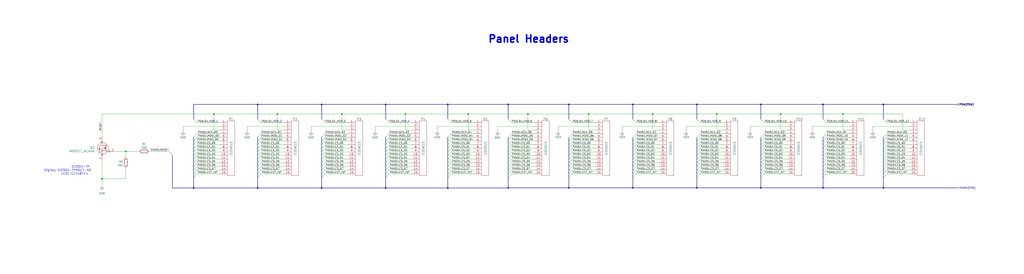
<source format=kicad_sch>
(kicad_sch (version 20230121) (generator eeschema)
  (paper "User" 711.2 190.5)
  (lib_symbols
    (symbol "Device:R" (pin_numbers hide) (pin_names (offset 0))
      (property "Reference" "R" (at 2.032 0 90))
      (property "Value" "R" (at 0 0 90))
      (symbol "R_0_1"
        (rectangle (start -1.016 -2.54) (end 1.016 2.54) (stroke (width 0.254)))
      )
      (symbol "R_1_1"
        (pin passive line (at 0 3.81 270) (length 1.27) (name "~") (number "1"))
        (pin passive line (at 0 -3.81 90) (length 1.27) (name "~") (number "2"))
      )
    )
    (symbol "arena_custom:CONN15" (pin_names (offset 1.016))
      (property "Reference" "P" (at -17.78 6.35 0))
      (property "Value" "CONN15" (at 13.97 6.35 0))
      (symbol "CONN15_0_1"
        (rectangle (start -19.05 5.08) (end 19.05 0))
      )
      (symbol "CONN15_1_1"
        (pin passive line (at -17.78 -5.08 90) (length 5.08) (name "~") (number "1"))
        (pin passive line (at 5.08 -5.08 90) (length 5.08) (name "~") (number "10"))
        (pin passive line (at 7.62 -5.08 90) (length 5.08) (name "~") (number "11"))
        (pin passive line (at 10.16 -5.08 90) (length 5.08) (name "~") (number "12"))
        (pin passive line (at 12.7 -5.08 90) (length 5.08) (name "~") (number "13"))
        (pin passive line (at 15.24 -5.08 90) (length 5.08) (name "~") (number "14"))
        (pin passive line (at 17.78 -5.08 90) (length 5.08) (name "~") (number "15"))
        (pin passive line (at -15.24 -5.08 90) (length 5.08) (name "~") (number "2"))
        (pin passive line (at -12.7 -5.08 90) (length 5.08) (name "~") (number "3"))
        (pin passive line (at -10.16 -5.08 90) (length 5.08) (name "~") (number "4"))
        (pin passive line (at -7.62 -5.08 90) (length 5.08) (name "~") (number "5"))
        (pin passive line (at -5.08 -5.08 90) (length 5.08) (name "~") (number "6"))
        (pin passive line (at -2.54 -5.08 90) (length 5.08) (name "~") (number "7"))
        (pin passive line (at 0 -5.08 90) (length 5.08) (name "~") (number "8"))
        (pin passive line (at 2.54 -5.08 90) (length 5.08) (name "~") (number "9"))
      )
    )
    (symbol "arena_custom:MOSFET_NCHAN" (pin_names (offset 1.016))
      (property "Reference" "Q" (at -4.826 6.35 0))
      (property "Value" "MOSFET_NCHAN" (at 0.381 -7.62 0))
      (symbol "MOSFET_NCHAN_0_1"
        (circle (center -0.508 2.032) (radius 3.9624))
        (polyline (pts (xy -6.858 0) (xy -5.842 0)))
        (polyline (pts (xy -2.54 0) (xy -2.54 1.016)) (stroke (width 0.254)))
        (polyline (pts (xy -2.54 1.778) (xy -2.54 2.794)) (stroke (width 0.254)))
        (polyline (pts (xy -2.54 3.556) (xy -2.54 4.572)) (stroke (width 0.254)))
        (polyline (pts (xy -0.254 4.064) (xy -2.54 4.064)))
        (polyline (pts (xy 0 -4.318) (xy 0 -1.524)))
        (polyline (pts (xy 0 0.508) (xy 0 -1.524)))
        (polyline (pts (xy 0 8.255) (xy 0 4.064)))
        (polyline (pts (xy 1.27 2.032) (xy 2.286 2.032)))
        (polyline (pts (xy -6.096 0) (xy -3.048 0) (xy -3.048 4.572)))
        (polyline (pts (xy -2.54 0.508) (xy 0 0.508) (xy 0 2.286) (xy -1.778 2.286)))
        (polyline (pts (xy -2.54 2.286) (xy -1.778 2.794) (xy -1.778 1.778) (xy -2.54 2.286)) (fill (type outline)))
        (polyline (pts (xy 0 -0.508) (xy 1.778 -0.508) (xy 1.778 4.064) (xy -0.254 4.064)))
        (polyline (pts (xy 1.778 2.032) (xy 1.27 1.27) (xy 2.286 1.27) (xy 1.778 2.032)) (fill (type outline)))
        (circle (center 0 0.508) (radius 0.254) (fill (type outline)))
      )
      (symbol "MOSFET_NCHAN_1_1"
        (pin input line (at -8.128 0 0) (length 1.27) (name "G") (number "1"))
        (pin input line (at 0 -5.588 90) (length 1.27) (name "S") (number "2"))
        (pin input line (at 0 9.525 270) (length 1.27) (name "D") (number "3"))
      )
    )
    (symbol "power:GND" (power) (pin_names (offset 0))
      (property "Value" "GND" (at 0 -3.81 0))
      (symbol "GND_0_1"
        (polyline (pts (xy 0 0) (xy 0 -1.27) (xy 1.27 -1.27) (xy 0 -2.54) (xy -1.27 -1.27) (xy 0 -1.27)))
      )
      (symbol "GND_1_1"
        (pin power_in line (at 0 0 270) (length 0) hide (name "GND") (number "1"))
      )
    )
  )
  (bus_alias "PAN" (members "CS_00" "CS_01" "CS_02" "CS_03" "CS_04" "CS_05" "SCK_00" "SCK_01" "SCK_02" "SCK_03" "SCK_04" "SCK_05" "MOSI_00" "MISO_00" "MOSI_01" "MISO_01" "MOSI_02" "MISO_02" "MOSI_03" "MISO_03" "MOSI_04" "MISO_04" "MOSI_05" "MISO_05" "MOSI_06" "MISO_06" "MOSI_07" "MISO_07" "MOSI_08" "MISO_08" "MOSI_09" "MISO_09" "MOSI_10" "MISO_10" "MOSI_11" "MISO_11" "EXT_INT" "RESET" "CS_06" "CS_07"))
  (junction (at 267.843 72.644))
  (junction (at 439.547 130.683))
  (junction (at 325.12 79.375))
  (junction (at 483.997 130.683))
  (junction (at 528.447 72.644))
  (junction (at 192.659 79.375))
  (junction (at 395.097 130.683))
  (junction (at 70.866 124.333))
  (junction (at 223.393 130.81))
  (junction (at 571.627 130.683))
  (junction (at 223.393 72.644))
  (junction (at 148.59 79.375))
  (junction (at 311.023 72.644))
  (junction (at 87.376 105.283))
  (junction (at 571.627 72.644))
  (junction (at 528.447 130.683))
  (junction (at 178.943 130.81))
  (junction (at 281.559 79.375))
  (junction (at 453.263 79.375))
  (junction (at 585.47 79.375))
  (junction (at 497.84 79.375))
  (junction (at 395.097 72.644))
  (junction (at 613.537 72.644))
  (junction (at 439.547 72.644))
  (junction (at 352.933 130.683))
  (junction (at 178.943 72.644))
  (junction (at 542.163 79.375))
  (junction (at 366.649 79.375))
  (junction (at 134.493 130.81))
  (junction (at 237.49 79.375))
  (junction (at 613.537 130.683))
  (junction (at 408.94 79.375))
  (junction (at 483.997 72.644))
  (junction (at 267.843 130.81))
  (junction (at 352.933 72.644))
  (junction (at 311.023 130.81))
  (bus_entry (at 528.447 82.804) (size 2.54 2.54))
  (bus_entry (at 571.627 103.124) (size 2.54 -2.54))
  (bus_entry (at 395.097 98.044) (size 2.54 -2.54))
  (bus_entry (at 613.537 115.824) (size 2.54 -2.54))
  (bus_entry (at 311.023 95.504) (size 2.54 -2.54))
  (bus_entry (at 613.537 100.584) (size 2.54 -2.54))
  (bus_entry (at 483.997 113.284) (size 2.54 -2.54))
  (bus_entry (at 613.537 103.124) (size 2.54 -2.54))
  (bus_entry (at 352.933 105.664) (size 2.54 -2.54))
  (bus_entry (at 178.943 100.584) (size 2.54 -2.54))
  (bus_entry (at 267.843 113.284) (size 2.54 -2.54))
  (bus_entry (at 528.447 110.744) (size 2.54 -2.54))
  (bus_entry (at 134.493 100.584) (size 2.54 -2.54))
  (bus_entry (at 223.393 105.664) (size 2.54 -2.54))
  (bus_entry (at 223.393 113.284) (size 2.54 -2.54))
  (bus_entry (at 571.627 123.444) (size 2.54 -2.54))
  (bus_entry (at 267.843 82.804) (size 2.54 2.54))
  (bus_entry (at 134.493 95.504) (size 2.54 -2.54))
  (bus_entry (at 483.997 105.664) (size 2.54 -2.54))
  (bus_entry (at 571.627 118.364) (size 2.54 -2.54))
  (bus_entry (at 439.547 120.904) (size 2.54 -2.54))
  (bus_entry (at 613.537 95.504) (size 2.54 -2.54))
  (bus_entry (at 311.023 120.904) (size 2.54 -2.54))
  (bus_entry (at 178.943 108.204) (size 2.54 -2.54))
  (bus_entry (at 352.933 118.364) (size 2.54 -2.54))
  (bus_entry (at 395.097 120.904) (size 2.54 -2.54))
  (bus_entry (at 528.447 98.044) (size 2.54 -2.54))
  (bus_entry (at 571.627 82.804) (size 2.54 2.54))
  (bus_entry (at 267.843 105.664) (size 2.54 -2.54))
  (bus_entry (at 223.393 82.804) (size 2.54 2.54))
  (bus_entry (at 178.943 110.744) (size 2.54 -2.54))
  (bus_entry (at 483.997 95.504) (size 2.54 -2.54))
  (bus_entry (at 439.547 113.284) (size 2.54 -2.54))
  (bus_entry (at 352.933 95.504) (size 2.54 -2.54))
  (bus_entry (at 571.627 115.824) (size 2.54 -2.54))
  (bus_entry (at 352.933 100.584) (size 2.54 -2.54))
  (bus_entry (at 352.933 108.204) (size 2.54 -2.54))
  (bus_entry (at 395.097 103.124) (size 2.54 -2.54))
  (bus_entry (at 395.097 82.804) (size 2.54 2.54))
  (bus_entry (at 439.547 100.584) (size 2.54 -2.54))
  (bus_entry (at 223.393 95.504) (size 2.54 -2.54))
  (bus_entry (at 311.023 108.204) (size 2.54 -2.54))
  (bus_entry (at 613.537 82.804) (size 2.54 2.54))
  (bus_entry (at 134.493 110.744) (size 2.54 -2.54))
  (bus_entry (at 571.627 120.904) (size 2.54 -2.54))
  (bus_entry (at 178.943 113.284) (size 2.54 -2.54))
  (bus_entry (at 483.997 100.584) (size 2.54 -2.54))
  (bus_entry (at 223.393 108.204) (size 2.54 -2.54))
  (bus_entry (at 352.933 82.804) (size 2.54 2.54))
  (bus_entry (at 395.097 110.744) (size 2.54 -2.54))
  (bus_entry (at 613.537 118.364) (size 2.54 -2.54))
  (bus_entry (at 352.933 123.444) (size 2.54 -2.54))
  (bus_entry (at 439.547 115.824) (size 2.54 -2.54))
  (bus_entry (at 571.627 110.744) (size 2.54 -2.54))
  (bus_entry (at 395.097 115.824) (size 2.54 -2.54))
  (bus_entry (at 267.843 95.504) (size 2.54 -2.54))
  (bus_entry (at 223.393 103.124) (size 2.54 -2.54))
  (bus_entry (at 395.097 113.284) (size 2.54 -2.54))
  (bus_entry (at 483.997 110.744) (size 2.54 -2.54))
  (bus_entry (at 395.097 108.204) (size 2.54 -2.54))
  (bus_entry (at 178.943 123.444) (size 2.54 -2.54))
  (bus_entry (at 223.393 100.584) (size 2.54 -2.54))
  (bus_entry (at 119.761 107.823) (size -2.54 -2.54))
  (bus_entry (at 483.997 123.444) (size 2.54 -2.54))
  (bus_entry (at 571.627 98.044) (size 2.54 -2.54))
  (bus_entry (at 267.843 118.364) (size 2.54 -2.54))
  (bus_entry (at 311.023 110.744) (size 2.54 -2.54))
  (bus_entry (at 223.393 120.904) (size 2.54 -2.54))
  (bus_entry (at 311.023 123.444) (size 2.54 -2.54))
  (bus_entry (at 352.933 98.044) (size 2.54 -2.54))
  (bus_entry (at 395.097 118.364) (size 2.54 -2.54))
  (bus_entry (at 439.547 108.204) (size 2.54 -2.54))
  (bus_entry (at 267.843 108.204) (size 2.54 -2.54))
  (bus_entry (at 352.933 113.284) (size 2.54 -2.54))
  (bus_entry (at 613.537 98.044) (size 2.54 -2.54))
  (bus_entry (at 223.393 110.744) (size 2.54 -2.54))
  (bus_entry (at 178.943 120.904) (size 2.54 -2.54))
  (bus_entry (at 613.537 123.444) (size 2.54 -2.54))
  (bus_entry (at 483.997 82.804) (size 2.54 2.54))
  (bus_entry (at 439.547 95.504) (size 2.54 -2.54))
  (bus_entry (at 528.447 115.824) (size 2.54 -2.54))
  (bus_entry (at 483.997 98.044) (size 2.54 -2.54))
  (bus_entry (at 134.493 98.044) (size 2.54 -2.54))
  (bus_entry (at 311.023 113.284) (size 2.54 -2.54))
  (bus_entry (at 134.493 115.824) (size 2.54 -2.54))
  (bus_entry (at 267.843 100.584) (size 2.54 -2.54))
  (bus_entry (at 528.447 108.204) (size 2.54 -2.54))
  (bus_entry (at 134.493 105.664) (size 2.54 -2.54))
  (bus_entry (at 352.933 110.744) (size 2.54 -2.54))
  (bus_entry (at 613.537 113.284) (size 2.54 -2.54))
  (bus_entry (at 352.933 103.124) (size 2.54 -2.54))
  (bus_entry (at 439.547 103.124) (size 2.54 -2.54))
  (bus_entry (at 571.627 113.284) (size 2.54 -2.54))
  (bus_entry (at 528.447 113.284) (size 2.54 -2.54))
  (bus_entry (at 571.627 105.664) (size 2.54 -2.54))
  (bus_entry (at 613.537 120.904) (size 2.54 -2.54))
  (bus_entry (at 178.943 98.044) (size 2.54 -2.54))
  (bus_entry (at 483.997 108.204) (size 2.54 -2.54))
  (bus_entry (at 178.943 105.664) (size 2.54 -2.54))
  (bus_entry (at 395.097 123.444) (size 2.54 -2.54))
  (bus_entry (at 267.843 103.124) (size 2.54 -2.54))
  (bus_entry (at 267.843 110.744) (size 2.54 -2.54))
  (bus_entry (at 528.447 103.124) (size 2.54 -2.54))
  (bus_entry (at 134.493 103.124) (size 2.54 -2.54))
  (bus_entry (at 483.997 120.904) (size 2.54 -2.54))
  (bus_entry (at 311.023 82.804) (size 2.54 2.54))
  (bus_entry (at 223.393 123.444) (size 2.54 -2.54))
  (bus_entry (at 311.023 105.664) (size 2.54 -2.54))
  (bus_entry (at 483.997 103.124) (size 2.54 -2.54))
  (bus_entry (at 483.997 118.364) (size 2.54 -2.54))
  (bus_entry (at 571.627 108.204) (size 2.54 -2.54))
  (bus_entry (at 483.997 115.824) (size 2.54 -2.54))
  (bus_entry (at 613.537 110.744) (size 2.54 -2.54))
  (bus_entry (at 223.393 118.364) (size 2.54 -2.54))
  (bus_entry (at 134.493 113.284) (size 2.54 -2.54))
  (bus_entry (at 134.493 108.204) (size 2.54 -2.54))
  (bus_entry (at 439.547 105.664) (size 2.54 -2.54))
  (bus_entry (at 178.943 103.124) (size 2.54 -2.54))
  (bus_entry (at 439.547 98.044) (size 2.54 -2.54))
  (bus_entry (at 134.493 118.364) (size 2.54 -2.54))
  (bus_entry (at 311.023 118.364) (size 2.54 -2.54))
  (bus_entry (at 439.547 82.804) (size 2.54 2.54))
  (bus_entry (at 571.627 95.504) (size 2.54 -2.54))
  (bus_entry (at 267.843 123.444) (size 2.54 -2.54))
  (bus_entry (at 223.393 98.044) (size 2.54 -2.54))
  (bus_entry (at 528.447 123.444) (size 2.54 -2.54))
  (bus_entry (at 528.447 118.364) (size 2.54 -2.54))
  (bus_entry (at 439.547 118.364) (size 2.54 -2.54))
  (bus_entry (at 311.023 100.584) (size 2.54 -2.54))
  (bus_entry (at 311.023 115.824) (size 2.54 -2.54))
  (bus_entry (at 134.493 120.904) (size 2.54 -2.54))
  (bus_entry (at 134.493 123.444) (size 2.54 -2.54))
  (bus_entry (at 395.097 100.584) (size 2.54 -2.54))
  (bus_entry (at 528.447 95.504) (size 2.54 -2.54))
  (bus_entry (at 395.097 95.504) (size 2.54 -2.54))
  (bus_entry (at 352.933 120.904) (size 2.54 -2.54))
  (bus_entry (at 439.547 110.744) (size 2.54 -2.54))
  (bus_entry (at 613.537 108.204) (size 2.54 -2.54))
  (bus_entry (at 528.447 105.664) (size 2.54 -2.54))
  (bus_entry (at 178.943 82.804) (size 2.54 2.54))
  (bus_entry (at 311.023 98.044) (size 2.54 -2.54))
  (bus_entry (at 267.843 120.904) (size 2.54 -2.54))
  (bus_entry (at 528.447 120.904) (size 2.54 -2.54))
  (bus_entry (at 134.493 82.804) (size 2.54 2.54))
  (bus_entry (at 352.933 115.824) (size 2.54 -2.54))
  (bus_entry (at 613.537 105.664) (size 2.54 -2.54))
  (bus_entry (at 267.843 98.044) (size 2.54 -2.54))
  (bus_entry (at 223.393 115.824) (size 2.54 -2.54))
  (bus_entry (at 267.843 115.824) (size 2.54 -2.54))
  (bus_entry (at 178.943 95.504) (size 2.54 -2.54))
  (bus_entry (at 439.547 123.444) (size 2.54 -2.54))
  (bus_entry (at 395.097 105.664) (size 2.54 -2.54))
  (bus_entry (at 571.627 100.584) (size 2.54 -2.54))
  (bus_entry (at 311.023 103.124) (size 2.54 -2.54))
  (bus_entry (at 178.943 118.364) (size 2.54 -2.54))
  (bus_entry (at 528.447 100.584) (size 2.54 -2.54))
  (bus_entry (at 178.943 115.824) (size 2.54 -2.54))
  (wire (pts (xy 192.659 90.424) (xy 192.659 79.375)))
  (bus (pts (xy 352.933 115.824) (xy 352.933 113.284)))
  (wire (pts (xy 574.167 110.744) (xy 589.915 110.744)))
  (bus (pts (xy 311.023 72.644) (xy 311.023 82.804)))
  (bus (pts (xy 267.843 130.81) (xy 311.023 130.81)))
  (bus (pts (xy 178.943 130.81) (xy 223.393 130.81)))
  (wire (pts (xy 313.563 108.204) (xy 329.311 108.204)))
  (bus (pts (xy 119.761 107.823) (xy 119.761 130.81)))
  (bus (pts (xy 311.023 72.644) (xy 352.933 72.644)))
  (wire (pts (xy 225.933 85.344) (xy 241.681 85.344)))
  (wire (pts (xy 606.171 87.884) (xy 631.825 87.884)))
  (bus (pts (xy 352.933 118.364) (xy 352.933 115.824)))
  (bus (pts (xy 267.843 130.81) (xy 267.843 123.444)))
  (wire (pts (xy 542.163 90.424) (xy 542.163 79.375)))
  (wire (pts (xy 564.261 87.884) (xy 564.261 91.694)))
  (wire (pts (xy 442.087 108.204) (xy 457.835 108.204)))
  (bus (pts (xy 134.493 98.044) (xy 134.493 100.584)))
  (wire (pts (xy 486.537 103.124) (xy 502.285 103.124)))
  (bus (pts (xy 439.547 103.124) (xy 439.547 105.664)))
  (bus (pts (xy 483.997 103.124) (xy 483.997 105.664)))
  (wire (pts (xy 117.221 105.283) (xy 103.886 105.283)))
  (bus (pts (xy 223.393 105.664) (xy 223.393 108.204)))
  (bus (pts (xy 613.537 100.584) (xy 613.537 103.124)))
  (bus (pts (xy 178.943 110.744) (xy 178.943 113.284)))
  (wire (pts (xy 616.077 85.344) (xy 631.825 85.344)))
  (bus (pts (xy 483.997 95.504) (xy 483.997 98.044)))
  (wire (pts (xy 270.383 110.744) (xy 286.131 110.744)))
  (bus (pts (xy 571.627 100.584) (xy 571.627 103.124)))
  (bus (pts (xy 134.493 110.744) (xy 134.493 113.284)))
  (bus (pts (xy 571.627 123.444) (xy 571.627 120.904)))
  (wire (pts (xy 442.087 98.044) (xy 457.835 98.044)))
  (bus (pts (xy 311.023 98.044) (xy 311.023 100.584)))
  (bus (pts (xy 483.997 72.644) (xy 483.997 82.804)))
  (bus (pts (xy 395.097 123.444) (xy 395.097 130.683)))
  (wire (pts (xy 303.657 87.884) (xy 303.657 91.694)))
  (bus (pts (xy 395.097 113.284) (xy 395.097 115.824)))
  (wire (pts (xy 260.477 87.884) (xy 260.477 91.694)))
  (bus (pts (xy 439.547 72.644) (xy 439.547 82.804)))
  (bus (pts (xy 528.447 108.204) (xy 528.447 110.744)))
  (bus (pts (xy 267.843 72.644) (xy 311.023 72.644)))
  (wire (pts (xy 486.537 92.964) (xy 502.285 92.964)))
  (bus (pts (xy 352.933 95.504) (xy 352.933 98.044)))
  (bus (pts (xy 223.393 130.81) (xy 223.393 123.444)))
  (wire (pts (xy 530.987 113.284) (xy 546.735 113.284)))
  (wire (pts (xy 181.483 85.344) (xy 197.231 85.344)))
  (wire (pts (xy 574.167 95.504) (xy 589.915 95.504)))
  (bus (pts (xy 267.843 118.364) (xy 267.843 115.824)))
  (wire (pts (xy 137.033 110.744) (xy 152.781 110.744)))
  (bus (pts (xy 528.447 123.444) (xy 528.447 120.904)))
  (bus (pts (xy 528.447 98.044) (xy 528.447 100.584)))
  (bus (pts (xy 528.447 72.644) (xy 571.627 72.644)))
  (wire (pts (xy 313.563 120.904) (xy 329.311 120.904)))
  (wire (pts (xy 313.563 105.664) (xy 329.311 105.664)))
  (wire (pts (xy 486.537 95.504) (xy 502.285 95.504)))
  (wire (pts (xy 70.866 124.333) (xy 70.866 129.413)))
  (bus (pts (xy 267.843 108.204) (xy 267.843 110.744)))
  (wire (pts (xy 371.221 90.424) (xy 366.649 90.424)))
  (bus (pts (xy 395.097 103.124) (xy 395.097 105.664)))
  (wire (pts (xy 286.131 90.424) (xy 281.559 90.424)))
  (bus (pts (xy 439.547 95.504) (xy 439.547 98.044)))
  (wire (pts (xy 137.033 95.504) (xy 152.781 95.504)))
  (wire (pts (xy 453.263 90.424) (xy 453.263 79.375)))
  (wire (pts (xy 225.933 92.964) (xy 241.681 92.964)))
  (bus (pts (xy 352.933 130.683) (xy 395.097 130.683)))
  (wire (pts (xy 270.383 108.204) (xy 286.131 108.204)))
  (bus (pts (xy 311.023 105.664) (xy 311.023 108.204)))
  (wire (pts (xy 355.473 105.664) (xy 371.221 105.664)))
  (wire (pts (xy 397.637 108.204) (xy 413.385 108.204)))
  (bus (pts (xy 483.997 130.683) (xy 528.447 130.683)))
  (wire (pts (xy 616.077 108.204) (xy 631.825 108.204)))
  (bus (pts (xy 134.493 118.364) (xy 134.493 120.904)))
  (wire (pts (xy 137.033 92.964) (xy 152.781 92.964)))
  (wire (pts (xy 355.473 115.824) (xy 371.221 115.824)))
  (wire (pts (xy 137.033 85.344) (xy 152.781 85.344)))
  (bus (pts (xy 178.943 113.284) (xy 178.943 115.824)))
  (wire (pts (xy 325.12 79.375) (xy 366.649 79.375)))
  (wire (pts (xy 345.567 87.884) (xy 371.221 87.884)))
  (bus (pts (xy 439.547 130.683) (xy 483.997 130.683)))
  (wire (pts (xy 616.077 92.964) (xy 631.825 92.964)))
  (wire (pts (xy 616.077 118.364) (xy 631.825 118.364)))
  (wire (pts (xy 530.987 100.584) (xy 546.735 100.584)))
  (wire (pts (xy 442.087 95.504) (xy 457.835 95.504)))
  (wire (pts (xy 181.483 108.204) (xy 197.231 108.204)))
  (wire (pts (xy 137.033 105.664) (xy 152.781 105.664)))
  (wire (pts (xy 530.987 92.964) (xy 546.735 92.964)))
  (bus (pts (xy 571.627 118.364) (xy 571.627 115.824)))
  (bus (pts (xy 267.843 100.584) (xy 267.843 103.124)))
  (wire (pts (xy 442.087 113.284) (xy 457.835 113.284)))
  (wire (pts (xy 397.637 100.584) (xy 413.385 100.584)))
  (wire (pts (xy 476.631 87.884) (xy 476.631 91.694)))
  (bus (pts (xy 311.023 123.444) (xy 311.023 120.904)))
  (bus (pts (xy 613.537 118.364) (xy 613.537 115.824)))
  (wire (pts (xy 192.659 79.375) (xy 237.49 79.375)))
  (wire (pts (xy 181.483 113.284) (xy 197.231 113.284)))
  (wire (pts (xy 486.537 85.344) (xy 502.285 85.344)))
  (bus (pts (xy 267.843 115.824) (xy 267.843 113.284)))
  (bus (pts (xy 571.627 115.824) (xy 571.627 113.284)))
  (bus (pts (xy 223.393 100.584) (xy 223.393 103.124)))
  (bus (pts (xy 395.097 110.744) (xy 395.097 113.284)))
  (bus (pts (xy 613.537 72.644) (xy 613.537 82.804)))
  (wire (pts (xy 281.559 90.424) (xy 281.559 79.375)))
  (wire (pts (xy 530.987 115.824) (xy 546.735 115.824)))
  (wire (pts (xy 137.033 98.044) (xy 152.781 98.044)))
  (wire (pts (xy 530.987 95.504) (xy 546.735 95.504)))
  (bus (pts (xy 613.537 130.683) (xy 664.591 130.683)))
  (wire (pts (xy 181.483 110.744) (xy 197.231 110.744)))
  (bus (pts (xy 178.943 72.644) (xy 178.943 82.804)))
  (bus (pts (xy 528.447 123.444) (xy 528.447 130.683)))
  (wire (pts (xy 486.537 108.204) (xy 502.285 108.204)))
  (bus (pts (xy 178.943 118.364) (xy 178.943 120.904)))
  (wire (pts (xy 453.263 79.375) (xy 497.84 79.375)))
  (bus (pts (xy 439.547 113.284) (xy 439.547 115.824)))
  (bus (pts (xy 134.493 82.804) (xy 134.493 72.644)))
  (bus (pts (xy 395.097 115.824) (xy 395.097 118.364)))
  (bus (pts (xy 439.547 118.364) (xy 439.547 120.904)))
  (wire (pts (xy 270.383 113.284) (xy 286.131 113.284)))
  (bus (pts (xy 352.933 105.664) (xy 352.933 108.204)))
  (wire (pts (xy 530.987 98.044) (xy 546.735 98.044)))
  (wire (pts (xy 574.167 108.204) (xy 589.915 108.204)))
  (bus (pts (xy 483.997 72.644) (xy 528.447 72.644)))
  (bus (pts (xy 395.097 100.584) (xy 395.097 103.124)))
  (wire (pts (xy 442.087 118.364) (xy 457.835 118.364)))
  (bus (pts (xy 178.943 115.824) (xy 178.943 118.364)))
  (bus (pts (xy 395.097 105.664) (xy 395.097 108.204)))
  (wire (pts (xy 216.027 87.884) (xy 241.681 87.884)))
  (bus (pts (xy 223.393 72.644) (xy 267.843 72.644)))
  (wire (pts (xy 237.49 90.424) (xy 237.49 79.375)))
  (bus (pts (xy 571.627 120.904) (xy 571.627 118.364)))
  (wire (pts (xy 355.473 110.744) (xy 371.221 110.744)))
  (bus (pts (xy 613.537 120.904) (xy 613.537 118.364)))
  (wire (pts (xy 137.033 100.584) (xy 152.781 100.584)))
  (wire (pts (xy 355.473 98.044) (xy 371.221 98.044)))
  (wire (pts (xy 181.483 100.584) (xy 197.231 100.584)))
  (bus (pts (xy 134.493 115.824) (xy 134.493 118.364)))
  (wire (pts (xy 574.167 98.044) (xy 589.915 98.044)))
  (wire (pts (xy 546.735 90.424) (xy 542.163 90.424)))
  (bus (pts (xy 223.393 110.744) (xy 223.393 113.284)))
  (wire (pts (xy 313.563 98.044) (xy 329.311 98.044)))
  (bus (pts (xy 613.537 123.444) (xy 613.537 130.683)))
  (bus (pts (xy 528.447 105.664) (xy 528.447 108.204)))
  (bus (pts (xy 178.943 105.664) (xy 178.943 108.204)))
  (bus (pts (xy 395.097 98.044) (xy 395.097 100.584)))
  (bus (pts (xy 352.933 123.444) (xy 352.933 120.904)))
  (wire (pts (xy 486.537 118.364) (xy 502.285 118.364)))
  (bus (pts (xy 528.447 118.364) (xy 528.447 115.824)))
  (bus (pts (xy 223.393 95.504) (xy 223.393 98.044)))
  (bus (pts (xy 613.537 95.504) (xy 613.537 98.044)))
  (bus (pts (xy 134.493 103.124) (xy 134.493 105.664)))
  (bus (pts (xy 528.447 100.584) (xy 528.447 103.124)))
  (wire (pts (xy 574.167 100.584) (xy 589.915 100.584)))
  (bus (pts (xy 223.393 123.444) (xy 223.393 120.904)))
  (wire (pts (xy 225.933 98.044) (xy 241.681 98.044)))
  (bus (pts (xy 134.493 108.204) (xy 134.493 110.744)))
  (wire (pts (xy 585.47 79.375) (xy 626.872 79.375)))
  (wire (pts (xy 486.537 120.904) (xy 502.285 120.904)))
  (bus (pts (xy 483.997 113.284) (xy 483.997 115.824)))
  (bus (pts (xy 223.393 72.644) (xy 223.393 82.804)))
  (wire (pts (xy 270.383 103.124) (xy 286.131 103.124)))
  (bus (pts (xy 395.097 95.504) (xy 395.097 98.044)))
  (wire (pts (xy 616.077 98.044) (xy 631.825 98.044)))
  (bus (pts (xy 613.537 123.444) (xy 613.537 120.904)))
  (wire (pts (xy 457.835 90.424) (xy 453.263 90.424)))
  (bus (pts (xy 352.933 100.584) (xy 352.933 103.124)))
  (bus (pts (xy 571.627 103.124) (xy 571.627 105.664)))
  (wire (pts (xy 313.563 115.824) (xy 329.311 115.824)))
  (wire (pts (xy 432.181 87.884) (xy 457.835 87.884)))
  (wire (pts (xy 313.563 85.344) (xy 329.311 85.344)))
  (bus (pts (xy 178.943 72.644) (xy 223.393 72.644)))
  (wire (pts (xy 313.563 95.504) (xy 329.311 95.504)))
  (bus (pts (xy 178.943 120.904) (xy 178.943 123.444)))
  (bus (pts (xy 267.843 123.444) (xy 267.843 120.904)))
  (wire (pts (xy 87.376 105.283) (xy 78.994 105.283)))
  (bus (pts (xy 528.447 120.904) (xy 528.447 118.364)))
  (bus (pts (xy 352.933 130.81) (xy 352.933 130.683)))
  (wire (pts (xy 137.033 120.904) (xy 152.781 120.904)))
  (bus (pts (xy 134.493 123.444) (xy 134.493 130.81)))
  (bus (pts (xy 352.933 108.204) (xy 352.933 110.744)))
  (wire (pts (xy 486.537 100.584) (xy 502.285 100.584)))
  (bus (pts (xy 395.097 120.904) (xy 395.097 123.444)))
  (wire (pts (xy 260.477 87.884) (xy 286.131 87.884)))
  (wire (pts (xy 137.033 103.124) (xy 152.781 103.124)))
  (wire (pts (xy 241.681 90.424) (xy 237.49 90.424)))
  (wire (pts (xy 574.167 105.664) (xy 589.915 105.664)))
  (bus (pts (xy 613.537 72.644) (xy 664.845 72.644)))
  (wire (pts (xy 574.167 118.364) (xy 589.915 118.364)))
  (wire (pts (xy 181.483 120.904) (xy 197.231 120.904)))
  (bus (pts (xy 352.933 98.044) (xy 352.933 100.584)))
  (wire (pts (xy 542.163 79.375) (xy 585.47 79.375)))
  (bus (pts (xy 352.933 103.124) (xy 352.933 105.664)))
  (wire (pts (xy 270.383 115.824) (xy 286.131 115.824)))
  (wire (pts (xy 574.167 85.344) (xy 589.915 85.344)))
  (wire (pts (xy 486.537 110.744) (xy 502.285 110.744)))
  (wire (pts (xy 137.033 115.824) (xy 152.781 115.824)))
  (bus (pts (xy 267.843 105.664) (xy 267.843 108.204)))
  (bus (pts (xy 178.943 108.204) (xy 178.943 110.744)))
  (bus (pts (xy 134.493 100.584) (xy 134.493 103.124)))
  (wire (pts (xy 366.649 90.424) (xy 366.649 79.375)))
  (wire (pts (xy 355.473 100.584) (xy 371.221 100.584)))
  (bus (pts (xy 395.097 72.644) (xy 395.097 82.804)))
  (bus (pts (xy 311.023 108.204) (xy 311.023 110.744)))
  (wire (pts (xy 137.033 113.284) (xy 152.781 113.284)))
  (wire (pts (xy 616.077 95.504) (xy 631.825 95.504)))
  (bus (pts (xy 395.097 72.644) (xy 439.547 72.644)))
  (wire (pts (xy 476.631 87.884) (xy 502.285 87.884)))
  (bus (pts (xy 528.447 103.124) (xy 528.447 105.664)))
  (wire (pts (xy 355.473 103.124) (xy 371.221 103.124)))
  (wire (pts (xy 70.866 110.871) (xy 70.866 124.333)))
  (wire (pts (xy 589.915 90.424) (xy 585.47 90.424)))
  (wire (pts (xy 442.087 92.964) (xy 457.835 92.964)))
  (bus (pts (xy 439.547 110.744) (xy 439.547 113.284)))
  (bus (pts (xy 528.447 110.744) (xy 528.447 113.284)))
  (wire (pts (xy 171.577 87.884) (xy 197.231 87.884)))
  (wire (pts (xy 616.077 105.664) (xy 631.825 105.664)))
  (bus (pts (xy 352.933 120.904) (xy 352.933 118.364)))
  (wire (pts (xy 408.94 79.375) (xy 453.263 79.375)))
  (bus (pts (xy 439.547 98.044) (xy 439.547 100.584)))
  (bus (pts (xy 134.493 130.81) (xy 178.943 130.81)))
  (wire (pts (xy 313.563 100.584) (xy 329.311 100.584)))
  (bus (pts (xy 134.493 120.904) (xy 134.493 123.444)))
  (wire (pts (xy 574.167 92.964) (xy 589.915 92.964)))
  (wire (pts (xy 355.473 85.344) (xy 371.221 85.344)))
  (wire (pts (xy 397.637 95.504) (xy 413.385 95.504)))
  (wire (pts (xy 606.171 87.884) (xy 606.171 91.694)))
  (wire (pts (xy 521.081 87.884) (xy 521.081 91.694)))
  (wire (pts (xy 270.383 105.664) (xy 286.131 105.664)))
  (wire (pts (xy 616.077 115.824) (xy 631.825 115.824)))
  (wire (pts (xy 521.081 87.884) (xy 546.735 87.884)))
  (wire (pts (xy 486.537 115.824) (xy 502.285 115.824)))
  (wire (pts (xy 616.077 113.284) (xy 631.825 113.284)))
  (bus (pts (xy 178.943 100.584) (xy 178.943 103.124)))
  (wire (pts (xy 616.077 103.124) (xy 631.825 103.124)))
  (bus (pts (xy 528.447 130.683) (xy 571.627 130.683)))
  (wire (pts (xy 181.483 92.964) (xy 197.231 92.964)))
  (wire (pts (xy 530.987 85.344) (xy 546.735 85.344)))
  (wire (pts (xy 616.077 110.744) (xy 631.825 110.744)))
  (wire (pts (xy 329.311 90.424) (xy 325.12 90.424)))
  (wire (pts (xy 237.49 79.375) (xy 281.559 79.375)))
  (wire (pts (xy 574.167 113.284) (xy 589.915 113.284)))
  (wire (pts (xy 442.087 115.824) (xy 457.835 115.824)))
  (bus (pts (xy 571.627 72.644) (xy 571.627 82.804)))
  (bus (pts (xy 483.997 110.744) (xy 483.997 113.284)))
  (wire (pts (xy 281.559 79.375) (xy 325.12 79.375)))
  (wire (pts (xy 530.987 103.124) (xy 546.735 103.124)))
  (wire (pts (xy 225.933 110.744) (xy 241.681 110.744)))
  (wire (pts (xy 197.231 90.424) (xy 192.659 90.424)))
  (bus (pts (xy 483.997 105.664) (xy 483.997 108.204)))
  (bus (pts (xy 613.537 98.044) (xy 613.537 100.584)))
  (wire (pts (xy 502.285 90.424) (xy 497.84 90.424)))
  (bus (pts (xy 528.447 72.644) (xy 528.447 82.804)))
  (wire (pts (xy 397.637 103.124) (xy 413.385 103.124)))
  (wire (pts (xy 355.473 118.364) (xy 371.221 118.364)))
  (wire (pts (xy 387.731 87.884) (xy 387.731 91.694)))
  (wire (pts (xy 564.261 87.884) (xy 589.915 87.884)))
  (bus (pts (xy 134.493 113.284) (xy 134.493 115.824)))
  (wire (pts (xy 225.933 105.664) (xy 241.681 105.664)))
  (bus (pts (xy 134.493 95.504) (xy 134.493 98.044)))
  (bus (pts (xy 571.627 110.744) (xy 571.627 113.284)))
  (bus (pts (xy 119.761 130.81) (xy 134.493 130.81)))
  (wire (pts (xy 70.866 79.375) (xy 70.866 95.758)))
  (wire (pts (xy 442.087 103.124) (xy 457.835 103.124)))
  (wire (pts (xy 366.649 79.375) (xy 408.94 79.375)))
  (wire (pts (xy 70.866 79.375) (xy 148.59 79.375)))
  (bus (pts (xy 311.023 120.904) (xy 311.023 118.364)))
  (bus (pts (xy 439.547 105.664) (xy 439.547 108.204)))
  (bus (pts (xy 223.393 130.81) (xy 267.843 130.81)))
  (wire (pts (xy 486.537 105.664) (xy 502.285 105.664)))
  (wire (pts (xy 181.483 103.124) (xy 197.231 103.124)))
  (wire (pts (xy 530.987 120.904) (xy 546.735 120.904)))
  (bus (pts (xy 223.393 118.364) (xy 223.393 115.824)))
  (wire (pts (xy 397.637 113.284) (xy 413.385 113.284)))
  (wire (pts (xy 270.383 100.584) (xy 286.131 100.584)))
  (wire (pts (xy 270.383 95.504) (xy 286.131 95.504)))
  (wire (pts (xy 355.473 108.204) (xy 371.221 108.204)))
  (wire (pts (xy 270.383 120.904) (xy 286.131 120.904)))
  (bus (pts (xy 483.997 100.584) (xy 483.997 103.124)))
  (wire (pts (xy 225.933 113.284) (xy 241.681 113.284)))
  (wire (pts (xy 530.987 108.204) (xy 546.735 108.204)))
  (wire (pts (xy 397.637 85.344) (xy 413.385 85.344)))
  (wire (pts (xy 148.59 79.375) (xy 192.659 79.375)))
  (bus (pts (xy 178.943 103.124) (xy 178.943 105.664)))
  (bus (pts (xy 395.097 108.204) (xy 395.097 110.744)))
  (wire (pts (xy 152.781 90.424) (xy 148.59 90.424)))
  (wire (pts (xy 585.47 90.424) (xy 585.47 79.375)))
  (wire (pts (xy 497.84 79.375) (xy 542.163 79.375)))
  (wire (pts (xy 313.563 113.284) (xy 329.311 113.284)))
  (bus (pts (xy 267.843 103.124) (xy 267.843 105.664)))
  (bus (pts (xy 352.933 72.644) (xy 395.097 72.644)))
  (bus (pts (xy 439.547 123.444) (xy 439.547 130.683)))
  (wire (pts (xy 225.933 103.124) (xy 241.681 103.124)))
  (wire (pts (xy 225.933 120.904) (xy 241.681 120.904)))
  (wire (pts (xy 96.266 105.283) (xy 87.376 105.283)))
  (bus (pts (xy 223.393 103.124) (xy 223.393 105.664)))
  (bus (pts (xy 528.447 95.504) (xy 528.447 98.044)))
  (wire (pts (xy 225.933 108.204) (xy 241.681 108.204)))
  (wire (pts (xy 432.181 87.884) (xy 432.181 91.694)))
  (wire (pts (xy 442.087 85.344) (xy 457.835 85.344)))
  (bus (pts (xy 439.547 108.204) (xy 439.547 110.744)))
  (bus (pts (xy 483.997 123.444) (xy 483.997 130.683)))
  (wire (pts (xy 397.637 98.044) (xy 413.385 98.044)))
  (wire (pts (xy 345.567 87.884) (xy 345.567 91.694)))
  (bus (pts (xy 483.997 118.364) (xy 483.997 120.904)))
  (wire (pts (xy 355.473 92.964) (xy 371.221 92.964)))
  (wire (pts (xy 216.027 87.884) (xy 216.027 91.694)))
  (wire (pts (xy 313.563 118.364) (xy 329.311 118.364)))
  (bus (pts (xy 483.997 108.204) (xy 483.997 110.744)))
  (bus (pts (xy 267.843 95.504) (xy 267.843 98.044)))
  (wire (pts (xy 127.127 87.884) (xy 127.127 91.694)))
  (wire (pts (xy 397.637 120.904) (xy 413.385 120.904)))
  (wire (pts (xy 616.077 100.584) (xy 631.825 100.584)))
  (wire (pts (xy 148.59 90.424) (xy 148.59 79.375)))
  (bus (pts (xy 571.627 98.044) (xy 571.627 100.584)))
  (bus (pts (xy 483.997 120.904) (xy 483.997 123.444)))
  (bus (pts (xy 311.023 118.364) (xy 311.023 115.824)))
  (wire (pts (xy 530.987 118.364) (xy 546.735 118.364)))
  (wire (pts (xy 442.087 120.904) (xy 457.835 120.904)))
  (bus (pts (xy 311.023 110.744) (xy 311.023 113.284)))
  (bus (pts (xy 571.627 130.683) (xy 613.537 130.683)))
  (wire (pts (xy 486.537 98.044) (xy 502.285 98.044)))
  (bus (pts (xy 134.493 72.644) (xy 178.943 72.644)))
  (wire (pts (xy 225.933 118.364) (xy 241.681 118.364)))
  (bus (pts (xy 267.843 98.044) (xy 267.843 100.584)))
  (bus (pts (xy 134.493 105.664) (xy 134.493 108.204)))
  (bus (pts (xy 395.097 118.364) (xy 395.097 120.904)))
  (wire (pts (xy 225.933 95.504) (xy 241.681 95.504)))
  (wire (pts (xy 397.637 110.744) (xy 413.385 110.744)))
  (bus (pts (xy 613.537 103.124) (xy 613.537 105.664)))
  (wire (pts (xy 127.127 87.884) (xy 152.781 87.884)))
  (bus (pts (xy 613.537 108.204) (xy 613.537 110.744)))
  (wire (pts (xy 442.087 105.664) (xy 457.835 105.664)))
  (wire (pts (xy 270.383 85.344) (xy 286.131 85.344)))
  (wire (pts (xy 397.637 118.364) (xy 413.385 118.364)))
  (bus (pts (xy 613.537 110.744) (xy 613.537 113.284)))
  (bus (pts (xy 178.943 123.444) (xy 178.943 130.81)))
  (bus (pts (xy 223.393 115.824) (xy 223.393 113.284)))
  (wire (pts (xy 181.483 95.504) (xy 197.231 95.504)))
  (bus (pts (xy 571.627 72.644) (xy 613.537 72.644)))
  (wire (pts (xy 171.577 87.884) (xy 171.577 91.694)))
  (wire (pts (xy 626.872 90.424) (xy 631.825 90.424)))
  (bus (pts (xy 571.627 105.664) (xy 571.627 108.204)))
  (bus (pts (xy 311.023 103.124) (xy 311.023 105.664)))
  (bus (pts (xy 439.547 72.644) (xy 483.997 72.644)))
  (wire (pts (xy 387.731 87.884) (xy 413.385 87.884)))
  (bus (pts (xy 613.537 115.824) (xy 613.537 113.284)))
  (bus (pts (xy 311.023 115.824) (xy 311.023 113.284)))
  (wire (pts (xy 325.12 90.424) (xy 325.12 79.375)))
  (wire (pts (xy 225.933 100.584) (xy 241.681 100.584)))
  (bus (pts (xy 439.547 115.824) (xy 439.547 118.364)))
  (wire (pts (xy 397.637 92.964) (xy 413.385 92.964)))
  (wire (pts (xy 270.383 92.964) (xy 286.131 92.964)))
  (wire (pts (xy 413.385 90.424) (xy 408.94 90.424)))
  (wire (pts (xy 181.483 118.364) (xy 197.231 118.364)))
  (wire (pts (xy 270.383 118.364) (xy 286.131 118.364)))
  (wire (pts (xy 442.087 110.744) (xy 457.835 110.744)))
  (wire (pts (xy 497.84 90.424) (xy 497.84 79.375)))
  (wire (pts (xy 87.376 124.333) (xy 70.866 124.333)))
  (wire (pts (xy 225.933 115.824) (xy 241.681 115.824)))
  (wire (pts (xy 137.033 108.204) (xy 152.781 108.204)))
  (bus (pts (xy 223.393 108.204) (xy 223.393 110.744)))
  (bus (pts (xy 439.547 120.904) (xy 439.547 123.444)))
  (wire (pts (xy 397.637 115.824) (xy 413.385 115.824)))
  (bus (pts (xy 352.933 130.683) (xy 352.933 123.444)))
  (wire (pts (xy 313.563 110.744) (xy 329.311 110.744)))
  (bus (pts (xy 483.997 98.044) (xy 483.997 100.584)))
  (wire (pts (xy 355.473 120.904) (xy 371.221 120.904)))
  (bus (pts (xy 267.843 110.744) (xy 267.843 113.284)))
  (wire (pts (xy 486.537 113.284) (xy 502.285 113.284)))
  (bus (pts (xy 223.393 98.044) (xy 223.393 100.584)))
  (bus (pts (xy 439.547 130.683) (xy 402.971 130.683)))
  (bus (pts (xy 311.023 130.81) (xy 311.023 123.444)))
  (wire (pts (xy 181.483 98.044) (xy 197.231 98.044)))
  (bus (pts (xy 352.933 110.744) (xy 352.933 113.284)))
  (wire (pts (xy 355.473 113.284) (xy 371.221 113.284)))
  (bus (pts (xy 483.997 115.824) (xy 483.997 118.364)))
  (wire (pts (xy 303.657 87.884) (xy 329.311 87.884)))
  (wire (pts (xy 616.077 120.904) (xy 631.825 120.904)))
  (bus (pts (xy 178.943 98.044) (xy 178.943 100.584)))
  (wire (pts (xy 313.563 103.124) (xy 329.311 103.124)))
  (bus (pts (xy 571.627 108.204) (xy 571.627 110.744)))
  (wire (pts (xy 408.94 90.424) (xy 408.94 79.375)))
  (wire (pts (xy 270.383 98.044) (xy 286.131 98.044)))
  (wire (pts (xy 87.376 116.967) (xy 87.376 124.333)))
  (wire (pts (xy 397.637 105.664) (xy 413.385 105.664)))
  (bus (pts (xy 267.843 120.904) (xy 267.843 118.364)))
  (bus (pts (xy 311.023 95.504) (xy 311.023 98.044)))
  (bus (pts (xy 571.627 123.444) (xy 571.627 130.683)))
  (wire (pts (xy 137.033 118.364) (xy 152.781 118.364)))
  (wire (pts (xy 530.987 105.664) (xy 546.735 105.664)))
  (bus (pts (xy 178.943 95.504) (xy 178.943 98.044)))
  (bus (pts (xy 352.933 72.644) (xy 352.933 82.804)))
  (bus (pts (xy 528.447 115.824) (xy 528.447 113.284)))
  (wire (pts (xy 87.376 105.283) (xy 87.376 109.347)))
  (wire (pts (xy 355.473 95.504) (xy 371.221 95.504)))
  (wire (pts (xy 181.483 105.664) (xy 197.231 105.664)))
  (bus (pts (xy 439.547 100.584) (xy 439.547 103.124)))
  (wire (pts (xy 626.872 90.424) (xy 626.872 79.375)))
  (wire (pts (xy 530.987 110.744) (xy 546.735 110.744)))
  (wire (pts (xy 574.167 120.904) (xy 589.915 120.904)))
  (bus (pts (xy 395.097 130.683) (xy 402.844 130.683)))
  (bus (pts (xy 613.537 105.664) (xy 613.537 108.204)))
  (wire (pts (xy 574.167 115.824) (xy 589.915 115.824)))
  (bus (pts (xy 223.393 120.904) (xy 223.393 118.364)))
  (wire (pts (xy 442.087 100.584) (xy 457.835 100.584)))
  (bus (pts (xy 267.843 72.644) (xy 267.843 82.804)))
  (bus (pts (xy 311.023 100.584) (xy 311.023 103.124)))
  (bus (pts (xy 311.023 130.81) (xy 352.933 130.81)))
  (wire (pts (xy 181.483 115.824) (xy 197.231 115.824)))
  (bus (pts (xy 571.627 95.504) (xy 571.627 98.044)))
  (wire (pts (xy 313.563 92.964) (xy 329.311 92.964)))
  (wire (pts (xy 574.167 103.124) (xy 589.915 103.124)))
  (text "Panel Headers" (at 338.709 30.226 0) (effects (font (size 5.08 5.08) (thickness 1.016) bold) (justify left bottom)))
  (text "SI2302-TP \nDigikey SI2302-TPMSCT-ND\nLCSC C4748714  \n" (at 63.5 121.92 0) (effects (font (size 1.524 1.524)) (justify right bottom)))
  (label "PAN5V.MISO_02" (at 225.933 98.044 0))
  (label "PAN5V.CS_00" (at 225.933 100.584 0))
  (label "PAN5V.MOSI_00" (at 137.414 95.504 0))
  (label "PAN5V.CS_00" (at 355.473 100.584 0))
  (label "PAN5V.CS_07" (at 442.214 118.364 0))
  (label "PAN5V.CS_07" (at 137.033 118.364 0))
  (label "PAN5V.MISO_10" (at 574.167 98.044 0))
  (label "PAN5V.MOSI_04" (at 313.563 95.504 0))
  (label "PAN5V.CS_04" (at 137.033 110.744 0))
  (label "POW.5V_HDR_9" (at 486.537 85.344 0))
  (label "POW.5V_HDR_2" (at 181.61 85.344 0))
  (label "PAN5V.MISO_07" (at 442.087 98.044 0))
  (label "PAN5V.CS_06" (at 313.817 115.824 0))
  (label "PAN5V.CS_04" (at 574.167 110.744 0))
  (label "PAN5V.CS_02" (at 137.033 105.664 0))
  (label "PAN5V.CS_03" (at 181.483 108.204 0))
  (label "PAN5V.CS_06" (at 442.214 115.824 0))
  (label "PAN5V.CS_01" (at 616.077 103.124 0))
  (label "PAN5V.SCK_02" (at 486.537 92.964 0))
  (label "PAN5V.CS_01" (at 442.087 103.124 0))
  (label "PAN5V.CS_05" (at 137.033 113.284 0))
  (label "PAN5V.MOSI_10" (at 574.167 95.504 0))
  (label "POW.5V_HDR_1" (at 137.287 85.344 0))
  (label "PAN5V.CS_03" (at 355.473 108.204 0))
  (label "PAN5V.CS_06" (at 270.51 115.824 0))
  (label "PAN5V.MISO_06" (at 397.637 98.044 0))
  (label "PAN5V.CS_04" (at 181.483 110.744 0))
  (label "PAN5V.RESET" (at 117.221 105.283 180))
  (label "PAN5V.MISO_05" (at 355.473 98.044 0))
  (label "PAN5V.CS_02" (at 442.087 105.664 0))
  (label "PAN5V.MOSI_11" (at 616.077 95.504 0))
  (label "PAN5V.CS_00" (at 137.033 100.584 0))
  (label "PAN5V.CS_03" (at 442.087 108.204 0))
  (label "PAN5V.SCK_01" (at 442.087 92.964 0))
  (label "PAN5V.EXT_INT" (at 355.6 120.904 0))
  (label "PAN5V.CS_04" (at 486.537 110.744 0))
  (label "PAN5V.EXT_INT" (at 313.817 120.904 0))
  (label "PAN5V.MISO_08" (at 486.537 98.044 0))
  (label "POW.5V_HDR_4" (at 270.383 85.344 0))
  (label "PAN5V.CS_05" (at 486.664 113.284 0))
  (label "POW.5V_HDR_3" (at 225.933 85.344 0))
  (label "PAN5V.MOSI_09" (at 530.987 95.504 0))
  (label "PAN5V.CS_01" (at 225.933 103.124 0))
  (label "PAN5V.MISO_11" (at 616.077 98.044 0))
  (label "PAN5V.CS_01" (at 486.537 103.124 0))
  (label "PAN5V.CS_00" (at 616.077 100.584 0))
  (label "PAN5V.CS_06" (at 181.61 115.824 0))
  (label "PAN5V.CS_07" (at 270.51 118.364 0))
  (label "PAN5V.EXT_INT" (at 181.61 120.904 0))
  (label "PAN5V.CS_05" (at 574.294 113.284 0))
  (label "PAN5V.CS_02" (at 225.933 105.664 0))
  (label "PAN5V.EXT_INT" (at 616.204 120.904 0))
  (label "PAN5V.CS_06" (at 137.033 115.824 0))
  (label "PAN5V.CS_04" (at 355.473 110.744 0))
  (label "POW.5V_HDR_11" (at 574.167 85.344 0))
  (label "PAN5V.CS_03" (at 270.383 108.204 0))
  (label "PAN5V.CS_05" (at 442.214 113.284 0))
  (label "PAN5V.CS_04" (at 225.933 110.744 0))
  (label "PAN5V.CS_01" (at 270.383 103.124 0))
  (label "PAN5V.CS_07" (at 355.6 118.364 0))
  (label "PAN5V.CS_04" (at 530.987 110.744 0))
  (label "PAN5V.MOSI_08" (at 486.537 95.504 0))
  (label "PAN5V.MOSI_07" (at 442.087 95.504 0))
  (label "PAN5V.CS_06" (at 486.664 115.824 0))
  (label "PAN5V.CS_02" (at 574.167 105.664 0))
  (label "PAN5V.CS_07" (at 486.664 118.364 0))
  (label "PAN5V.CS_00" (at 442.087 100.584 0))
  (label "PAN5V.SCK_01" (at 181.483 92.964 0))
  (label "PAN5V.SCK_00" (at 397.637 92.964 0))
  (label "PAN5V.MOSI_05" (at 355.473 95.504 0))
  (label "PAN5V.CS_05" (at 313.817 113.284 0))
  (label "PAN5V.EXT_INT" (at 397.764 120.904 0))
  (label "PAN5V.CS_05" (at 397.764 113.284 0))
  (label "PAN5V.CS_04" (at 397.637 110.744 0))
  (label "PAN5V.CS_05" (at 531.114 113.284 0))
  (label "PAN5V.CS_02" (at 313.69 105.664 0))
  (label "PAN5V.CS_03" (at 137.033 108.204 0))
  (label "PAN5V.CS_06" (at 397.764 115.824 0))
  (label "PAN5V.CS_00" (at 313.69 100.584 0))
  (label "PAN5V.CS_07" (at 181.61 118.364 0))
  (label "PAN5V.EXT_INT" (at 574.294 120.904 0))
  (label "POW.5V_HDR_6" (at 355.473 85.344 0))
  (label "PAN5V.CS_06" (at 531.114 115.824 0))
  (label "PAN5V.CS_04" (at 442.087 110.744 0))
  (label "PAN5V.CS_04" (at 270.383 110.744 0))
  (label "PAN5V.EXT_INT" (at 270.51 120.904 0))
  (label "PAN5V.MISO_04" (at 313.69 98.044 0))
  (label "PAN5V.CS_07" (at 397.764 118.364 0))
  (label "PAN5V.CS_03" (at 486.537 108.204 0))
  (label "PAN5V.CS_03" (at 225.933 108.204 0))
  (label "RESET" (at 70.866 84.963 270))
  (label "PAN5V.MOSI_01" (at 181.483 95.504 0))
  (label "PAN5V.CS_02" (at 397.637 105.664 0))
  (label "PAN5V.CS_07" (at 313.817 118.364 0))
  (label "PAN5V.CS_06" (at 355.6 115.824 0))
  (label "POW.5V_HDR_5" (at 313.563 85.344 0))
  (label "PAN5V.CS_02" (at 530.987 105.664 0))
  (label "PAN5V.MISO_00" (at 137.033 98.044 0))
  (label "PAN5V.CS_06" (at 616.204 115.824 0))
  (label "PAN5V.EXT_INT" (at 486.664 120.904 0))
  (label "PAN5V.EXT_INT" (at 137.16 120.904 0))
  (label "PAN5V.CS_03" (at 313.69 108.204 0))
  (label "PAN5V.CS_01" (at 355.473 103.124 0))
  (label "PAN5V.CS_02" (at 616.077 105.664 0))
  (label "PAN5V.CS_03" (at 574.167 108.204 0))
  (label "PAN5V.CS_02" (at 486.537 105.664 0))
  (label "PAN5V.CS_01" (at 530.987 103.124 0))
  (label "PAN5V.CS_07" (at 531.114 118.364 0))
  (label "PAN5V.CS_01" (at 574.167 103.124 0))
  (label "PAN5V.CS_00" (at 181.483 100.584 0))
  (label "PAN5V.CS_04" (at 616.077 110.744 0))
  (label "PAN5V.CS_02" (at 355.473 105.664 0))
  (label "PAN5V.CS_05" (at 181.61 113.284 0))
  (label "PAN5V.CS_00" (at 574.167 100.584 0))
  (label "PAN5V.CS_06" (at 574.294 115.824 0))
  (label "POW.5V_HDR_8" (at 442.087 85.344 0))
  (label "PAN5V.CS_01" (at 313.69 103.124 0))
  (label "PAN5V.MOSI_06" (at 397.637 95.504 0))
  (label "PAN5V.SCK_00" (at 137.287 92.964 0))
  (label "PAN5V.MISO_09" (at 530.987 98.044 0))
  (label "PAN5V.SCK_02" (at 225.933 92.964 0))
  (label "PAN5V.CS_02" (at 181.483 105.664 0))
  (label "PAN5V.CS_02" (at 270.383 105.664 0))
  (label "PAN5V.SCK_04" (at 574.167 92.964 0))
  (label "PAN5V.CS_05" (at 355.6 113.284 0))
  (label "PAN5V.CS_06" (at 226.06 115.824 0))
  (label "PAN5V.MISO_03" (at 270.383 98.044 0))
  (label "PAN5V.CS_03" (at 616.077 108.204 0))
  (label "PAN5V.EXT_INT" (at 531.114 120.904 0))
  (label "PAN5V.CS_01" (at 397.637 103.124 0))
  (label "PAN5V.CS_01" (at 137.033 103.124 0))
  (label "POW.5V_HDR_10" (at 530.987 85.344 0))
  (label "PAN5V.CS_00" (at 530.987 100.584 0))
  (label "PAN5V.CS_01" (at 181.483 103.124 0))
  (label "POW.5V_HDR_12" (at 616.077 85.344 0))
  (label "PAN5V.CS_07" (at 574.294 118.364 0))
  (label "POW.5V_HDR_7" (at 397.637 85.344 0))
  (label "PAN5V.CS_00" (at 270.383 100.584 0))
  (label "PAN5V.MOSI_03" (at 270.383 95.504 0))
  (label "PAN5V.CS_00" (at 397.637 100.584 0))
  (label "PAN5V.CS_05" (at 226.06 113.284 0))
  (label "PAN5V.CS_07" (at 226.06 118.364 0))
  (label "PAN5V.CS_04" (at 313.69 110.744 0))
  (label "PAN5V.CS_05" (at 270.51 113.284 0))
  (label "PAN5V.SCK_03" (at 530.987 92.964 0))
  (label "PAN5V.CS_07" (at 616.204 118.364 0))
  (label "PAN5V.SCK_04" (at 313.69 92.964 0))
  (label "PAN5V.MISO_01" (at 181.483 98.044 0))
  (label "PAN5V.SCK_03" (at 270.383 92.964 0))
  (label "PAN5V.SCK_05" (at 355.473 92.964 0))
  (label "PAN5V.CS_03" (at 397.637 108.204 0))
  (label "PAN5V.CS_03" (at 530.987 108.204 0))
  (label "PAN5V.EXT_INT" (at 226.06 120.904 0))
  (label "PAN5V.EXT_INT" (at 442.214 120.904 0))
  (label "PAN5V.CS_00" (at 486.537 100.584 0))
  (label "PAN5V.MOSI_02" (at 225.933 95.504 0))
  (label "PAN5V.CS_05" (at 616.204 113.284 0))
  (label "PAN5V.SCK_05" (at 616.077 92.964 0))
  (hierarchical_label "POW{POW}" (shape input) (at 664.845 72.644 0) (effects (font bold)))
  (hierarchical_label "PAN5V{PAN}" (shape bidirectional) (at 664.591 130.683 0))
  (symbol (lib_id "power:GND") (at 387.731 91.694 0) (unit 1)
    (property "Reference" "#PWR044" (effects hide))
    (property "Value" "GND" (at 387.731 95.377 0))
  )
  (symbol (lib_id "arena_custom:CONN15") (at 334.391 103.124 270) (unit 1)
    (property "Reference" "P5" (at 335.407 82.931 90) (effects (font (size 1.524 1.524)) (justify left)))
    (property "Value" "CONN15" (at 337.185 98.425 0) (effects (font (size 1.524 1.524)) (justify left)))
    (property "Footprint" "arena_custom:HEADER_TOP" (effects hide))
  )
  (symbol (lib_id "power:GND") (at 171.577 91.694 0) (unit 1)
    (property "Reference" "#PWR051" (effects hide))
    (property "Value" "GND" (at 171.704 95.631 0))
  )
  (symbol (lib_id "power:GND") (at 345.567 91.694 0) (unit 1)
    (property "Reference" "#PWR059" (effects hide))
    (property "Value" "GND" (at 345.44 95.758 0))
  )
  (symbol (lib_id "arena_custom:CONN15") (at 291.211 103.124 270) (unit 1)
    (property "Reference" "P4" (at 292.227 82.931 90) (effects (font (size 1.524 1.524)) (justify left)))
    (property "Value" "CONN15" (at 294.005 98.425 0) (effects (font (size 1.524 1.524)) (justify left)))
    (property "Footprint" "arena_custom:HEADER_TOP" (effects hide))
  )
  (symbol (lib_id "power:GND") (at 260.477 91.694 0) (unit 1)
    (property "Reference" "#PWR055" (effects hide))
    (property "Value" "GND" (at 260.477 95.631 0))
  )
  (symbol (lib_id "Device:R") (at 100.076 105.283 90) (mirror x) (unit 1)
    (property "Reference" "R1" (at 100.076 100.203 90))
    (property "Value" "200" (at 100.076 102.743 90))
    (property "Footprint" "Resistor_SMD:R_0805_2012Metric" (effects hide))
  )
  (symbol (lib_id "arena_custom:CONN15") (at 594.995 103.124 270) (unit 1)
    (property "Reference" "P11" (at 596.011 82.931 90) (effects (font (size 1.524 1.524)) (justify left)))
    (property "Value" "CONN15" (at 597.789 98.425 0) (effects (font (size 1.524 1.524)) (justify left)))
    (property "Footprint" "arena_custom:HEADER_TOP" (effects hide))
  )
  (symbol (lib_id "Device:R") (at 87.376 113.157 0) (mirror x) (unit 1)
    (property "Reference" "R2" (at 85.344 112.522 0) (effects (justify right)))
    (property "Value" "20k" (at 85.344 115.062 0) (effects (justify right)))
    (property "Footprint" "Resistor_SMD:R_0805_2012Metric" (effects hide))
  )
  (symbol (lib_id "power:GND") (at 564.261 91.694 0) (unit 1)
    (property "Reference" "#PWR048" (effects hide))
    (property "Value" "GND" (at 564.261 95.504 0))
  )
  (symbol (lib_id "power:GND") (at 521.081 91.694 0) (unit 1)
    (property "Reference" "#PWR047" (effects hide))
    (property "Value" "GND" (at 521.081 95.377 0))
  )
  (symbol (lib_id "arena_custom:CONN15") (at 507.365 103.124 270) (unit 1)
    (property "Reference" "P9" (at 508.381 82.931 90) (effects (font (size 1.524 1.524)) (justify left)))
    (property "Value" "CONN15" (at 510.159 98.425 0) (effects (font (size 1.524 1.524)) (justify left)))
    (property "Footprint" "arena_custom:HEADER_TOP" (effects hide))
  )
  (symbol (lib_id "arena_custom:CONN15") (at 376.301 103.124 270) (unit 1)
    (property "Reference" "P6" (at 377.317 82.931 90) (effects (font (size 1.524 1.524)) (justify left)))
    (property "Value" "CONN15" (at 379.095 98.425 0) (effects (font (size 1.524 1.524)) (justify left)))
    (property "Footprint" "arena_custom:HEADER_TOP" (effects hide))
  )
  (symbol (lib_id "power:GND") (at 303.657 91.694 0) (unit 1)
    (property "Reference" "#PWR057" (effects hide))
    (property "Value" "GND" (at 303.657 95.504 0))
  )
  (symbol (lib_id "arena_custom:CONN15") (at 636.905 103.124 270) (unit 1)
    (property "Reference" "P12" (at 637.921 82.931 90) (effects (font (size 1.524 1.524)) (justify left)))
    (property "Value" "CONN15" (at 639.699 98.425 0) (effects (font (size 1.524 1.524)) (justify left)))
    (property "Footprint" "arena_custom:HEADER_TOP" (effects hide))
  )
  (symbol (lib_id "arena_custom:CONN15") (at 157.861 103.124 270) (unit 1)
    (property "Reference" "P1" (at 158.75 82.931 90) (effects (font (size 1.524 1.524)) (justify left)))
    (property "Value" "CONN15" (at 160.528 98.425 0) (effects (font (size 1.524 1.524)) (justify left)))
    (property "Footprint" "arena_custom:HEADER_TOP" (effects hide))
  )
  (symbol (lib_id "arena_custom:CONN15") (at 462.915 103.124 270) (unit 1)
    (property "Reference" "P8" (at 463.931 82.931 90) (effects (font (size 1.524 1.524)) (justify left)))
    (property "Value" "CONN15" (at 465.709 98.425 0) (effects (font (size 1.524 1.524)) (justify left)))
    (property "Footprint" "arena_custom:HEADER_TOP" (effects hide))
  )
  (symbol (lib_id "power:GND") (at 432.181 91.694 0) (unit 1)
    (property "Reference" "#PWR045" (effects hide))
    (property "Value" "GND" (at 432.181 95.377 0))
  )
  (symbol (lib_id "power:GND") (at 216.027 91.694 0) (unit 1)
    (property "Reference" "#PWR053" (effects hide))
    (property "Value" "GND" (at 216.027 95.631 0))
  )
  (symbol (lib_id "arena_custom:CONN15") (at 246.761 103.124 270) (unit 1)
    (property "Reference" "P3" (at 247.777 82.931 90) (effects (font (size 1.524 1.524)) (justify left)))
    (property "Value" "CONN15" (at 249.555 98.425 0) (effects (font (size 1.524 1.524)) (justify left)))
    (property "Footprint" "arena_custom:HEADER_TOP" (effects hide))
  )
  (symbol (lib_id "arena_custom:CONN15") (at 202.311 103.124 270) (unit 1)
    (property "Reference" "P2" (at 203.327 82.931 90) (effects (font (size 1.524 1.524)) (justify left)))
    (property "Value" "CONN15" (at 205.105 98.425 0) (effects (font (size 1.524 1.524)) (justify left)))
    (property "Footprint" "arena_custom:HEADER_TOP" (effects hide))
  )
  (symbol (lib_id "power:GND") (at 127.127 91.694 0) (unit 1)
    (property "Reference" "#PWR03" (effects hide))
    (property "Value" "GND" (at 127.254 95.631 0))
  )
  (symbol (lib_id "arena_custom:MOSFET_NCHAN") (at 70.866 105.283 0) (mirror y) (unit 1)
    (property "Reference" "Q2" (at 65.786 102.6795 0) (effects (font (size 1.524 1.524)) (justify left)))
    (property "Value" "MOSFET_NCHAN" (at 65.786 105.2195 0) (effects (font (size 1.524 1.524)) (justify left)))
    (property "Footprint" "Package_TO_SOT_SMD:SOT-23-3" (effects hide))
  )
  (symbol (lib_id "arena_custom:CONN15") (at 418.465 103.124 270) (unit 1)
    (property "Reference" "P7" (at 419.354 82.931 90) (effects (font (size 1.524 1.524)) (justify left)))
    (property "Value" "CONN15" (at 421.132 98.425 0) (effects (font (size 1.524 1.524)) (justify left)))
    (property "Footprint" "arena_custom:HEADER_TOP" (effects hide))
  )
  (symbol (lib_id "power:GND") (at 606.171 91.694 0) (unit 1)
    (property "Reference" "#PWR049" (effects hide))
    (property "Value" "GND" (at 606.171 95.504 0))
  )
  (symbol (lib_id "arena_custom:CONN15") (at 551.815 103.124 270) (unit 1)
    (property "Reference" "P10" (at 552.831 82.931 90) (effects (font (size 1.524 1.524)) (justify left)))
    (property "Value" "CONN15" (at 554.609 98.425 0) (effects (font (size 1.524 1.524)) (justify left)))
    (property "Footprint" "arena_custom:HEADER_TOP" (effects hide))
  )
  (symbol (lib_id "power:GND") (at 476.631 91.694 0) (unit 1)
    (property "Reference" "#PWR046" (effects hide))
    (property "Value" "GND" (at 476.631 95.377 0))
  )
  (symbol (lib_id "power:GND") (at 70.866 129.413 0) (mirror y) (unit 1)
    (property "Reference" "#PWR014" (effects hide))
    (property "Value" "GND" (at 70.866 134.493 0))
  )
)
</source>
